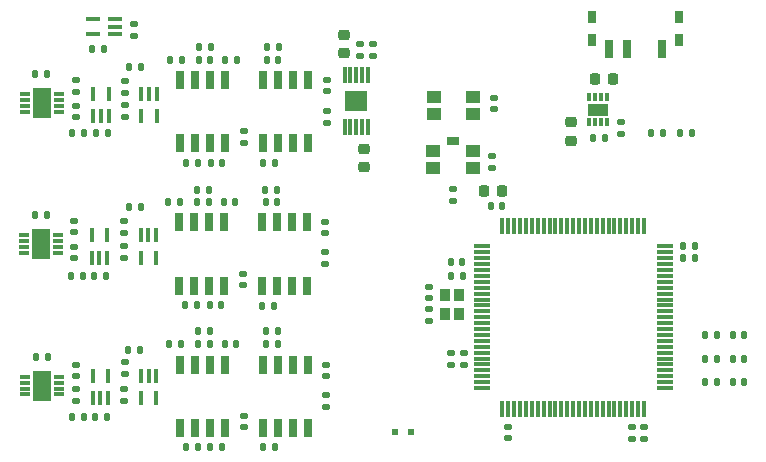
<source format=gbr>
%TF.GenerationSoftware,KiCad,Pcbnew,8.0.9-8.0.9-0~ubuntu24.04.1*%
%TF.CreationDate,2025-08-06T19:27:30-03:00*%
%TF.ProjectId,eeg,6565672e-6b69-4636-9164-5f7063625858,rev?*%
%TF.SameCoordinates,Original*%
%TF.FileFunction,Paste,Top*%
%TF.FilePolarity,Positive*%
%FSLAX46Y46*%
G04 Gerber Fmt 4.6, Leading zero omitted, Abs format (unit mm)*
G04 Created by KiCad (PCBNEW 8.0.9-8.0.9-0~ubuntu24.04.1) date 2025-08-06 19:27:30*
%MOMM*%
%LPD*%
G01*
G04 APERTURE LIST*
G04 Aperture macros list*
%AMRoundRect*
0 Rectangle with rounded corners*
0 $1 Rounding radius*
0 $2 $3 $4 $5 $6 $7 $8 $9 X,Y pos of 4 corners*
0 Add a 4 corners polygon primitive as box body*
4,1,4,$2,$3,$4,$5,$6,$7,$8,$9,$2,$3,0*
0 Add four circle primitives for the rounded corners*
1,1,$1+$1,$2,$3*
1,1,$1+$1,$4,$5*
1,1,$1+$1,$6,$7*
1,1,$1+$1,$8,$9*
0 Add four rect primitives between the rounded corners*
20,1,$1+$1,$2,$3,$4,$5,0*
20,1,$1+$1,$4,$5,$6,$7,0*
20,1,$1+$1,$6,$7,$8,$9,0*
20,1,$1+$1,$8,$9,$2,$3,0*%
G04 Aperture macros list end*
%ADD10RoundRect,0.225000X0.250000X-0.225000X0.250000X0.225000X-0.250000X0.225000X-0.250000X-0.225000X0*%
%ADD11R,1.200000X0.400000*%
%ADD12RoundRect,0.135000X-0.135000X-0.185000X0.135000X-0.185000X0.135000X0.185000X-0.135000X0.185000X0*%
%ADD13R,0.550000X0.600000*%
%ADD14RoundRect,0.140000X-0.140000X-0.170000X0.140000X-0.170000X0.140000X0.170000X-0.140000X0.170000X0*%
%ADD15RoundRect,0.135000X0.135000X0.185000X-0.135000X0.185000X-0.135000X-0.185000X0.135000X-0.185000X0*%
%ADD16RoundRect,0.135000X0.185000X-0.135000X0.185000X0.135000X-0.185000X0.135000X-0.185000X-0.135000X0*%
%ADD17RoundRect,0.135000X-0.185000X0.135000X-0.185000X-0.135000X0.185000X-0.135000X0.185000X0.135000X0*%
%ADD18RoundRect,0.140000X-0.170000X0.140000X-0.170000X-0.140000X0.170000X-0.140000X0.170000X0.140000X0*%
%ADD19RoundRect,0.147500X0.147500X0.172500X-0.147500X0.172500X-0.147500X-0.172500X0.147500X-0.172500X0*%
%ADD20RoundRect,0.140000X0.170000X-0.140000X0.170000X0.140000X-0.170000X0.140000X-0.170000X-0.140000X0*%
%ADD21RoundRect,0.140000X0.140000X0.170000X-0.140000X0.170000X-0.140000X-0.170000X0.140000X-0.170000X0*%
%ADD22R,0.650000X1.500000*%
%ADD23R,0.700000X1.500000*%
%ADD24R,0.800000X1.000000*%
%ADD25R,1.150000X1.050000*%
%ADD26R,0.400000X1.200000*%
%ADD27RoundRect,0.225000X0.225000X0.250000X-0.225000X0.250000X-0.225000X-0.250000X0.225000X-0.250000X0*%
%ADD28R,0.300000X1.475000*%
%ADD29R,1.475000X0.300000*%
%ADD30R,0.900000X0.300000*%
%ADD31R,1.550000X2.500000*%
%ADD32RoundRect,0.225000X-0.250000X0.225000X-0.250000X-0.225000X0.250000X-0.225000X0.250000X0.225000X0*%
%ADD33R,0.900000X1.000000*%
%ADD34R,0.300000X0.700000*%
%ADD35R,1.700000X1.000000*%
%ADD36RoundRect,0.225000X-0.225000X-0.250000X0.225000X-0.250000X0.225000X0.250000X-0.225000X0.250000X0*%
%ADD37R,1.100000X0.700000*%
%ADD38R,0.300000X1.425000*%
%ADD39R,1.880000X1.680000*%
G04 APERTURE END LIST*
D10*
%TO.C,C44*%
X193250000Y-64630000D03*
X193250000Y-63080000D03*
%TD*%
D11*
%TO.C,IC4*%
X154620000Y-55626000D03*
X154620000Y-54976000D03*
X154620000Y-54326000D03*
X152720000Y-54326000D03*
X152720000Y-55626000D03*
%TD*%
D12*
%TO.C,R36*%
X167440000Y-56740000D03*
X168460000Y-56740000D03*
%TD*%
D13*
%TO.C,FB1*%
X179640000Y-89310000D03*
X178340000Y-89310000D03*
%TD*%
D14*
%TO.C,C19*%
X162725000Y-66500000D03*
X163685000Y-66500000D03*
%TD*%
D15*
%TO.C,R15*%
X148825000Y-70945000D03*
X147805000Y-70945000D03*
%TD*%
D12*
%TO.C,R11*%
X161655000Y-80770000D03*
X162675000Y-80770000D03*
%TD*%
D16*
%TO.C,R14*%
X172470000Y-87165000D03*
X172470000Y-86145000D03*
%TD*%
D17*
%TO.C,R32*%
X155480000Y-61650000D03*
X155480000Y-62670000D03*
%TD*%
D12*
%TO.C,R24*%
X167330000Y-68775000D03*
X168350000Y-68775000D03*
%TD*%
D14*
%TO.C,C12*%
X163840000Y-69850000D03*
X164800000Y-69850000D03*
%TD*%
%TO.C,C34*%
X203690000Y-74590000D03*
X202730000Y-74590000D03*
%TD*%
D18*
%TO.C,C39*%
X186657000Y-61005000D03*
X186657000Y-61965000D03*
%TD*%
D19*
%TO.C,L1*%
X196065000Y-64389000D03*
X195095000Y-64389000D03*
%TD*%
D20*
%TO.C,C31*%
X184115000Y-83610000D03*
X184115000Y-82650000D03*
%TD*%
D17*
%TO.C,R2*%
X156210000Y-54735000D03*
X156210000Y-55755000D03*
%TD*%
D20*
%TO.C,C24*%
X165550000Y-64800000D03*
X165550000Y-63840000D03*
%TD*%
D12*
%TO.C,R12*%
X167395000Y-80770000D03*
X168415000Y-80770000D03*
%TD*%
D14*
%TO.C,C5*%
X161655000Y-81870000D03*
X162615000Y-81870000D03*
%TD*%
D21*
%TO.C,C6*%
X168385000Y-81870000D03*
X167425000Y-81870000D03*
%TD*%
D18*
%TO.C,C18*%
X151330001Y-61680000D03*
X151330001Y-62640000D03*
%TD*%
D22*
%TO.C,U12*%
X170970000Y-59470000D03*
X169700000Y-59470000D03*
X168430000Y-59470000D03*
X167160000Y-59470000D03*
X167160000Y-64870000D03*
X168430000Y-64870000D03*
X169700000Y-64870000D03*
X170970000Y-64870000D03*
%TD*%
D23*
%TO.C,S1*%
X200930000Y-56895000D03*
X197930000Y-56895000D03*
X196430000Y-56895000D03*
D24*
X202330000Y-56110000D03*
X195030000Y-56110000D03*
X202330000Y-54180000D03*
X195030000Y-54180000D03*
%TD*%
D18*
%TO.C,C27*%
X199395000Y-88910000D03*
X199395000Y-89870000D03*
%TD*%
D25*
%TO.C,SW3*%
X184939000Y-62410000D03*
X184939000Y-60960000D03*
X181589000Y-62410000D03*
X181589000Y-60960000D03*
%TD*%
D12*
%TO.C,R9*%
X160600000Y-90595000D03*
X161620000Y-90595000D03*
%TD*%
D22*
%TO.C,U11*%
X160130000Y-64870000D03*
X161400000Y-64870000D03*
X162670000Y-64870000D03*
X163940000Y-64870000D03*
X163940000Y-59470000D03*
X162670000Y-59470000D03*
X161400000Y-59470000D03*
X160130000Y-59470000D03*
%TD*%
D21*
%TO.C,C22*%
X168430000Y-57780000D03*
X167470000Y-57780000D03*
%TD*%
D15*
%TO.C,R28*%
X152020000Y-64020000D03*
X151000000Y-64020000D03*
%TD*%
D26*
%TO.C,U6*%
X152625000Y-74545000D03*
X153275000Y-74545000D03*
X153925000Y-74545000D03*
X153925000Y-72645000D03*
X152625000Y-72645000D03*
%TD*%
D19*
%TO.C,D3*%
X207900000Y-83110000D03*
X206930000Y-83110000D03*
%TD*%
D27*
%TO.C,C30*%
X187375000Y-68900000D03*
X185825000Y-68900000D03*
%TD*%
D12*
%TO.C,R44*%
X200021000Y-64008000D03*
X201041000Y-64008000D03*
%TD*%
D15*
%TO.C,R17*%
X153875000Y-76070000D03*
X152855000Y-76070000D03*
%TD*%
D28*
%TO.C,IC3*%
X187395000Y-71852000D03*
X187895000Y-71852000D03*
X188395000Y-71852000D03*
X188895000Y-71852000D03*
X189395000Y-71852000D03*
X189895000Y-71852000D03*
X190395000Y-71852000D03*
X190895000Y-71852000D03*
X191395000Y-71852000D03*
X191895000Y-71852000D03*
X192395000Y-71852000D03*
X192895000Y-71852000D03*
X193395000Y-71852000D03*
X193895000Y-71852000D03*
X194395000Y-71852000D03*
X194895000Y-71852000D03*
X195395000Y-71852000D03*
X195895000Y-71852000D03*
X196395000Y-71852000D03*
X196895000Y-71852000D03*
X197395000Y-71852000D03*
X197895000Y-71852000D03*
X198395000Y-71852000D03*
X198895000Y-71852000D03*
X199395000Y-71852000D03*
D29*
X201133000Y-73590000D03*
X201133000Y-74090000D03*
X201133000Y-74590000D03*
X201133000Y-75090000D03*
X201133000Y-75590000D03*
X201133000Y-76090000D03*
X201133000Y-76590000D03*
X201133000Y-77090000D03*
X201133000Y-77590000D03*
X201133000Y-78090000D03*
X201133000Y-78590000D03*
X201133000Y-79090000D03*
X201133000Y-79590000D03*
X201133000Y-80090000D03*
X201133000Y-80590000D03*
X201133000Y-81090000D03*
X201133000Y-81590000D03*
X201133000Y-82090000D03*
X201133000Y-82590000D03*
X201133000Y-83090000D03*
X201133000Y-83590000D03*
X201133000Y-84090000D03*
X201133000Y-84590000D03*
X201133000Y-85090000D03*
X201133000Y-85590000D03*
D28*
X199395000Y-87328000D03*
X198895000Y-87328000D03*
X198395000Y-87328000D03*
X197895000Y-87328000D03*
X197395000Y-87328000D03*
X196895000Y-87328000D03*
X196395000Y-87328000D03*
X195895000Y-87328000D03*
X195395000Y-87328000D03*
X194895000Y-87328000D03*
X194395000Y-87328000D03*
X193895000Y-87328000D03*
X193395000Y-87328000D03*
X192895000Y-87328000D03*
X192395000Y-87328000D03*
X191895000Y-87328000D03*
X191395000Y-87328000D03*
X190895000Y-87328000D03*
X190395000Y-87328000D03*
X189895000Y-87328000D03*
X189395000Y-87328000D03*
X188895000Y-87328000D03*
X188395000Y-87328000D03*
X187895000Y-87328000D03*
X187395000Y-87328000D03*
D29*
X185657000Y-85590000D03*
X185657000Y-85090000D03*
X185657000Y-84590000D03*
X185657000Y-84090000D03*
X185657000Y-83590000D03*
X185657000Y-83090000D03*
X185657000Y-82590000D03*
X185657000Y-82090000D03*
X185657000Y-81590000D03*
X185657000Y-81090000D03*
X185657000Y-80590000D03*
X185657000Y-80090000D03*
X185657000Y-79590000D03*
X185657000Y-79090000D03*
X185657000Y-78590000D03*
X185657000Y-78090000D03*
X185657000Y-77590000D03*
X185657000Y-77090000D03*
X185657000Y-76590000D03*
X185657000Y-76090000D03*
X185657000Y-75590000D03*
X185657000Y-75090000D03*
X185657000Y-74590000D03*
X185657000Y-74090000D03*
X185657000Y-73590000D03*
%TD*%
D20*
%TO.C,C41*%
X175330000Y-57440000D03*
X175330000Y-56480000D03*
%TD*%
D12*
%TO.C,R39*%
X204590000Y-81110000D03*
X205610000Y-81110000D03*
%TD*%
D16*
%TO.C,R30*%
X155480000Y-60595000D03*
X155480000Y-59575000D03*
%TD*%
D14*
%TO.C,C21*%
X161700000Y-57780000D03*
X162660000Y-57780000D03*
%TD*%
D22*
%TO.C,U8*%
X170860000Y-71525000D03*
X169590000Y-71525000D03*
X168320000Y-71525000D03*
X167050000Y-71525000D03*
X167050000Y-76925000D03*
X168320000Y-76925000D03*
X169590000Y-76925000D03*
X170860000Y-76925000D03*
%TD*%
D17*
%TO.C,R46*%
X197490000Y-63050000D03*
X197490000Y-64070000D03*
%TD*%
D18*
%TO.C,C26*%
X187870000Y-88890000D03*
X187870000Y-89850000D03*
%TD*%
D30*
%TO.C,U5*%
X146865002Y-72645000D03*
X146865002Y-73145000D03*
X146865002Y-73645000D03*
X146865002Y-74145000D03*
X149765002Y-74145000D03*
X149765002Y-73645000D03*
X149765002Y-73145000D03*
X149765002Y-72645000D03*
D31*
X148315002Y-73395000D03*
%TD*%
D14*
%TO.C,C28*%
X202720000Y-73580000D03*
X203680000Y-73580000D03*
%TD*%
%TO.C,C20*%
X163955000Y-57780000D03*
X164915000Y-57780000D03*
%TD*%
D15*
%TO.C,R25*%
X168055000Y-78600000D03*
X167035000Y-78600000D03*
%TD*%
D20*
%TO.C,C8*%
X165515000Y-88925000D03*
X165515000Y-87965000D03*
%TD*%
D21*
%TO.C,C25*%
X184040000Y-76060000D03*
X183080000Y-76060000D03*
%TD*%
D32*
%TO.C,C40*%
X175700000Y-65325000D03*
X175700000Y-66875000D03*
%TD*%
D15*
%TO.C,R1*%
X153672000Y-56896000D03*
X152652000Y-56896000D03*
%TD*%
D16*
%TO.C,R45*%
X176430000Y-57470000D03*
X176430000Y-56450000D03*
%TD*%
D33*
%TO.C,Y1*%
X183747000Y-77700000D03*
X183747000Y-79350000D03*
X182521000Y-79350000D03*
X182521000Y-77700000D03*
%TD*%
D21*
%TO.C,C14*%
X168325000Y-69850000D03*
X167365000Y-69850000D03*
%TD*%
D20*
%TO.C,C32*%
X183055000Y-83610000D03*
X183055000Y-82650000D03*
%TD*%
D15*
%TO.C,R5*%
X153955000Y-88075000D03*
X152935000Y-88075000D03*
%TD*%
D20*
%TO.C,C15*%
X172405000Y-72480000D03*
X172405000Y-71520000D03*
%TD*%
D17*
%TO.C,R42*%
X183240000Y-68700000D03*
X183240000Y-69720000D03*
%TD*%
D18*
%TO.C,C10*%
X151125000Y-73615000D03*
X151125000Y-74575000D03*
%TD*%
D26*
%TO.C,U19*%
X158140000Y-60650000D03*
X157490000Y-60650000D03*
X156840000Y-60650000D03*
X156840000Y-62550000D03*
X158140000Y-62550000D03*
%TD*%
D15*
%TO.C,R16*%
X151885000Y-76070000D03*
X150865000Y-76070000D03*
%TD*%
%TO.C,R13*%
X168120000Y-90595000D03*
X167100000Y-90595000D03*
%TD*%
D16*
%TO.C,R38*%
X172515000Y-63120000D03*
X172515000Y-62100000D03*
%TD*%
D18*
%TO.C,C1*%
X151275001Y-83640000D03*
X151275001Y-84600000D03*
%TD*%
D22*
%TO.C,U4*%
X170925000Y-83595000D03*
X169655000Y-83595000D03*
X168385000Y-83595000D03*
X167115000Y-83595000D03*
X167115000Y-88995000D03*
X168385000Y-88995000D03*
X169655000Y-88995000D03*
X170925000Y-88995000D03*
%TD*%
D20*
%TO.C,C23*%
X172515000Y-60440000D03*
X172515000Y-59480000D03*
%TD*%
D12*
%TO.C,R40*%
X204590000Y-83100000D03*
X205610000Y-83100000D03*
%TD*%
D14*
%TO.C,C4*%
X163910000Y-81870000D03*
X164870000Y-81870000D03*
%TD*%
D30*
%TO.C,U1*%
X146945002Y-84631000D03*
X146945002Y-85131000D03*
X146945002Y-85631000D03*
X146945002Y-86131000D03*
X149845002Y-86131000D03*
X149845002Y-85631000D03*
X149845002Y-85131000D03*
X149845002Y-84631000D03*
D31*
X148395002Y-85381000D03*
%TD*%
D34*
%TO.C,IC1*%
X196250000Y-60960000D03*
X195750000Y-60960000D03*
X195250000Y-60960000D03*
X194750000Y-60960000D03*
X194750000Y-63060000D03*
X195250000Y-63060000D03*
X195750000Y-63060000D03*
X196250000Y-63060000D03*
D35*
X195500000Y-62010000D03*
%TD*%
D14*
%TO.C,C3*%
X162680000Y-90595000D03*
X163640000Y-90595000D03*
%TD*%
D22*
%TO.C,U3*%
X160105000Y-88995000D03*
X161375000Y-88995000D03*
X162645000Y-88995000D03*
X163915000Y-88995000D03*
X163915000Y-83595000D03*
X162645000Y-83595000D03*
X161375000Y-83595000D03*
X160105000Y-83595000D03*
%TD*%
D15*
%TO.C,R4*%
X151965000Y-88075000D03*
X150945000Y-88075000D03*
%TD*%
D20*
%TO.C,C16*%
X165437500Y-76880000D03*
X165437500Y-75920000D03*
%TD*%
D16*
%TO.C,R18*%
X155362500Y-72425000D03*
X155362500Y-71405000D03*
%TD*%
D19*
%TO.C,D1*%
X203431000Y-64032000D03*
X202461000Y-64032000D03*
%TD*%
D15*
%TO.C,R29*%
X154010000Y-64020000D03*
X152990000Y-64020000D03*
%TD*%
%TO.C,R27*%
X148825000Y-59010000D03*
X147805000Y-59010000D03*
%TD*%
D26*
%TO.C,U2*%
X152705000Y-86425000D03*
X153355000Y-86425000D03*
X154005000Y-86425000D03*
X154005000Y-84525000D03*
X152705000Y-84525000D03*
%TD*%
D15*
%TO.C,R22*%
X160130000Y-69850000D03*
X159110000Y-69850000D03*
%TD*%
D12*
%TO.C,R33*%
X160645000Y-66500000D03*
X161665000Y-66500000D03*
%TD*%
D26*
%TO.C,U17*%
X158110000Y-84525000D03*
X157460000Y-84525000D03*
X156810000Y-84525000D03*
X156810000Y-86425000D03*
X158110000Y-86425000D03*
%TD*%
D12*
%TO.C,R21*%
X160535000Y-78575000D03*
X161555000Y-78575000D03*
%TD*%
D36*
%TO.C,C43*%
X195245000Y-59385000D03*
X196795000Y-59385000D03*
%TD*%
D14*
%TO.C,C11*%
X162615000Y-78575000D03*
X163575000Y-78575000D03*
%TD*%
D17*
%TO.C,R43*%
X186520000Y-65910000D03*
X186520000Y-66930000D03*
%TD*%
D16*
%TO.C,R26*%
X172405000Y-75095000D03*
X172405000Y-74075000D03*
%TD*%
D18*
%TO.C,C33*%
X198395000Y-88910000D03*
X198395000Y-89870000D03*
%TD*%
D30*
%TO.C,U9*%
X147000002Y-60700000D03*
X147000002Y-61200000D03*
X147000002Y-61700000D03*
X147000002Y-62200000D03*
X149900002Y-62200000D03*
X149900002Y-61700000D03*
X149900002Y-61200000D03*
X149900002Y-60700000D03*
D31*
X148450002Y-61450000D03*
%TD*%
D12*
%TO.C,R23*%
X161580000Y-68775000D03*
X162600000Y-68775000D03*
%TD*%
D21*
%TO.C,C35*%
X184010000Y-74940000D03*
X183050000Y-74940000D03*
%TD*%
D15*
%TO.C,R34*%
X160245000Y-57780000D03*
X159225000Y-57780000D03*
%TD*%
D22*
%TO.C,U7*%
X160015000Y-76925000D03*
X161285000Y-76925000D03*
X162555000Y-76925000D03*
X163825000Y-76925000D03*
X163825000Y-71525000D03*
X162555000Y-71525000D03*
X161285000Y-71525000D03*
X160015000Y-71525000D03*
%TD*%
D15*
%TO.C,R31*%
X156840000Y-58392500D03*
X155820000Y-58392500D03*
%TD*%
D12*
%TO.C,R41*%
X204590000Y-85090000D03*
X205610000Y-85090000D03*
%TD*%
D18*
%TO.C,C37*%
X181229000Y-76990000D03*
X181229000Y-77950000D03*
%TD*%
D15*
%TO.C,R3*%
X148915000Y-82950000D03*
X147895000Y-82950000D03*
%TD*%
D14*
%TO.C,C13*%
X161585000Y-69850000D03*
X162545000Y-69850000D03*
%TD*%
D21*
%TO.C,C29*%
X187385000Y-70190000D03*
X186425000Y-70190000D03*
%TD*%
D20*
%TO.C,C7*%
X172470000Y-84600000D03*
X172470000Y-83640000D03*
%TD*%
D15*
%TO.C,R7*%
X156760000Y-82350000D03*
X155740000Y-82350000D03*
%TD*%
D17*
%TO.C,R8*%
X155407500Y-85660000D03*
X155407500Y-86680000D03*
%TD*%
D18*
%TO.C,C17*%
X151330001Y-59520000D03*
X151330001Y-60480000D03*
%TD*%
D12*
%TO.C,R35*%
X161695000Y-56670000D03*
X162715000Y-56670000D03*
%TD*%
D17*
%TO.C,R20*%
X155362500Y-73585000D03*
X155362500Y-74605000D03*
%TD*%
D25*
%TO.C,SW2*%
X181568500Y-65480000D03*
X184918500Y-65480000D03*
X181568500Y-66930000D03*
X184918500Y-66930000D03*
D37*
X183243500Y-64705000D03*
%TD*%
D19*
%TO.C,D2*%
X207900000Y-81120000D03*
X206930000Y-81120000D03*
%TD*%
D15*
%TO.C,R19*%
X156770000Y-70225000D03*
X155750000Y-70225000D03*
%TD*%
D10*
%TO.C,C42*%
X173960000Y-57245000D03*
X173960000Y-55695000D03*
%TD*%
D26*
%TO.C,U18*%
X158070000Y-72645000D03*
X157420000Y-72645000D03*
X156770000Y-72645000D03*
X156770000Y-74545000D03*
X158070000Y-74545000D03*
%TD*%
D15*
%TO.C,R37*%
X168140000Y-66500000D03*
X167120000Y-66500000D03*
%TD*%
D26*
%TO.C,U10*%
X152760000Y-62550000D03*
X153410000Y-62550000D03*
X154060000Y-62550000D03*
X154060000Y-60650000D03*
X152760000Y-60650000D03*
%TD*%
D15*
%TO.C,R10*%
X160200000Y-81870000D03*
X159180000Y-81870000D03*
%TD*%
D19*
%TO.C,D4*%
X207900000Y-85100000D03*
X206930000Y-85100000D03*
%TD*%
D18*
%TO.C,C9*%
X151125000Y-71440000D03*
X151125000Y-72400000D03*
%TD*%
%TO.C,C2*%
X151275001Y-85690000D03*
X151275001Y-86650000D03*
%TD*%
D38*
%TO.C,IC2*%
X174040000Y-63492000D03*
X174540000Y-63492000D03*
X175040000Y-63492000D03*
X175540000Y-63492000D03*
X176040000Y-63492000D03*
X176040000Y-59068000D03*
X175540000Y-59068000D03*
X175040000Y-59068000D03*
X174540000Y-59068000D03*
X174040000Y-59068000D03*
D39*
X175040000Y-61280000D03*
%TD*%
D20*
%TO.C,C38*%
X181229000Y-79894000D03*
X181229000Y-78934000D03*
%TD*%
D16*
%TO.C,R6*%
X155420000Y-84425000D03*
X155420000Y-83405000D03*
%TD*%
M02*

</source>
